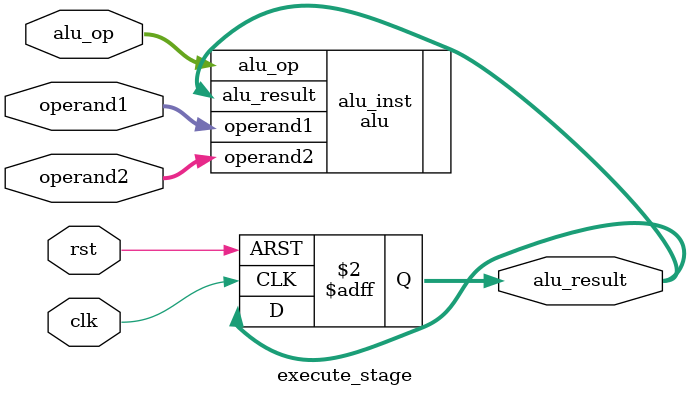
<source format=v>
module execute_stage (
  input wire clk,
  input wire rst,
  input wire [31:0] operand1,
  input wire [31:0] operand2,
  input wire [6:0] alu_op,       // 7-bit ALU control input
  output wire [31:0] alu_result
);

always @(posedge clk or posedge rst) begin
  if (rst) begin
    // Reset logic
    alu_result <= 0;
    // ... other reset actions
  end else begin
    // ... other execute logic
  end
end

alu alu_inst (
  .operand1(operand1),
  .operand2(operand2),
  .alu_op(alu_op),
  .alu_result(alu_result)
);

endmodule

</source>
